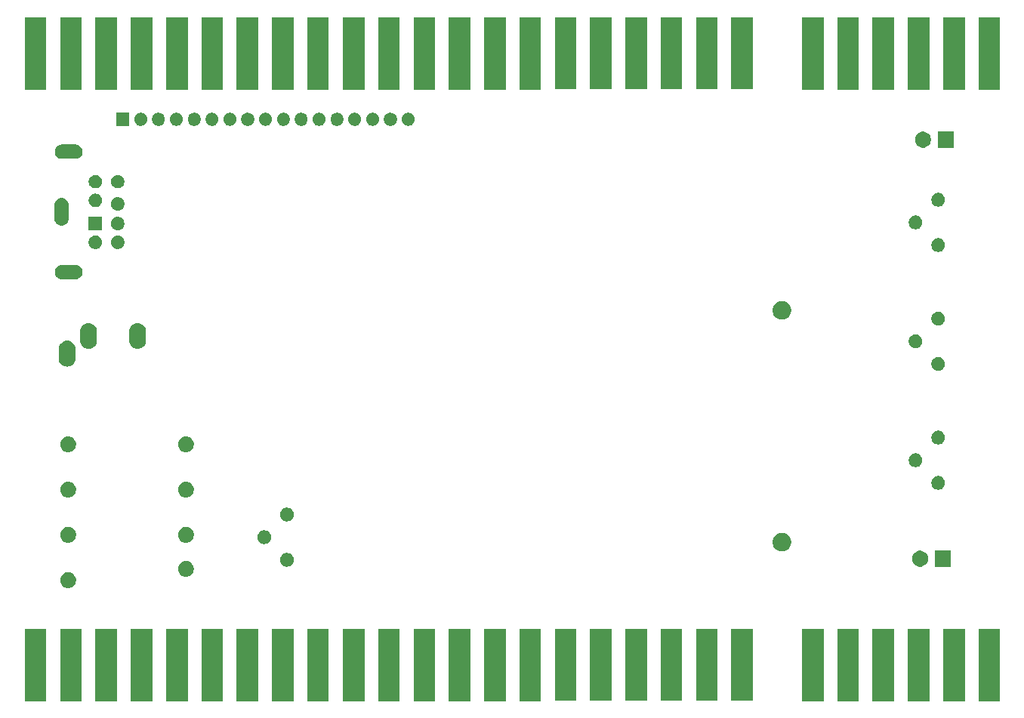
<source format=gbr>
G04 #@! TF.GenerationSoftware,KiCad,Pcbnew,(5.1.5)-3*
G04 #@! TF.CreationDate,2020-06-07T22:31:29+02:00*
G04 #@! TF.ProjectId,betsubetsu,62657473-7562-4657-9473-752e6b696361,rev?*
G04 #@! TF.SameCoordinates,Original*
G04 #@! TF.FileFunction,Soldermask,Bot*
G04 #@! TF.FilePolarity,Negative*
%FSLAX46Y46*%
G04 Gerber Fmt 4.6, Leading zero omitted, Abs format (unit mm)*
G04 Created by KiCad (PCBNEW (5.1.5)-3) date 2020-06-07 22:31:29*
%MOMM*%
%LPD*%
G04 APERTURE LIST*
%ADD10C,0.100000*%
G04 APERTURE END LIST*
D10*
G36*
X204038200Y-57175400D02*
G01*
X206375000Y-57175400D01*
X206375000Y-65163700D01*
X204038200Y-65163700D01*
X204038200Y-57175400D01*
G37*
X204038200Y-57175400D02*
X206375000Y-57175400D01*
X206375000Y-65163700D01*
X204038200Y-65163700D01*
X204038200Y-57175400D01*
G36*
X200088500Y-57175400D02*
G01*
X202425300Y-57175400D01*
X202425300Y-65163700D01*
X200088500Y-65163700D01*
X200088500Y-57175400D01*
G37*
X200088500Y-57175400D02*
X202425300Y-57175400D01*
X202425300Y-65163700D01*
X200088500Y-65163700D01*
X200088500Y-57175400D01*
G36*
X192163700Y-57175400D02*
G01*
X194500500Y-57175400D01*
X194500500Y-65163700D01*
X192163700Y-65163700D01*
X192163700Y-57175400D01*
G37*
X192163700Y-57175400D02*
X194500500Y-57175400D01*
X194500500Y-65163700D01*
X192163700Y-65163700D01*
X192163700Y-57175400D01*
G36*
X196113400Y-57175400D02*
G01*
X198450200Y-57175400D01*
X198450200Y-65163700D01*
X196113400Y-65163700D01*
X196113400Y-57175400D01*
G37*
X196113400Y-57175400D02*
X198450200Y-57175400D01*
X198450200Y-65163700D01*
X196113400Y-65163700D01*
X196113400Y-57175400D01*
G36*
X188201300Y-57175400D02*
G01*
X190538100Y-57175400D01*
X190538100Y-65163700D01*
X188201300Y-65163700D01*
X188201300Y-57175400D01*
G37*
X188201300Y-57175400D02*
X190538100Y-57175400D01*
X190538100Y-65163700D01*
X188201300Y-65163700D01*
X188201300Y-57175400D01*
G36*
X184251600Y-57175400D02*
G01*
X186588400Y-57175400D01*
X186588400Y-65163700D01*
X184251600Y-65163700D01*
X184251600Y-57175400D01*
G37*
X184251600Y-57175400D02*
X186588400Y-57175400D01*
X186588400Y-65163700D01*
X184251600Y-65163700D01*
X184251600Y-57175400D01*
G36*
X176314100Y-57162700D02*
G01*
X178650900Y-57162700D01*
X178650900Y-65151000D01*
X176314100Y-65151000D01*
X176314100Y-57162700D01*
G37*
X176314100Y-57162700D02*
X178650900Y-57162700D01*
X178650900Y-65151000D01*
X176314100Y-65151000D01*
X176314100Y-57162700D01*
G36*
X172364400Y-57162700D02*
G01*
X174701200Y-57162700D01*
X174701200Y-65151000D01*
X172364400Y-65151000D01*
X172364400Y-57162700D01*
G37*
X172364400Y-57162700D02*
X174701200Y-57162700D01*
X174701200Y-65151000D01*
X172364400Y-65151000D01*
X172364400Y-57162700D01*
G36*
X164439600Y-57162700D02*
G01*
X166776400Y-57162700D01*
X166776400Y-65151000D01*
X164439600Y-65151000D01*
X164439600Y-57162700D01*
G37*
X164439600Y-57162700D02*
X166776400Y-57162700D01*
X166776400Y-65151000D01*
X164439600Y-65151000D01*
X164439600Y-57162700D01*
G36*
X168389300Y-57162700D02*
G01*
X170726100Y-57162700D01*
X170726100Y-65151000D01*
X168389300Y-65151000D01*
X168389300Y-57162700D01*
G37*
X168389300Y-57162700D02*
X170726100Y-57162700D01*
X170726100Y-65151000D01*
X168389300Y-65151000D01*
X168389300Y-57162700D01*
G36*
X160477200Y-57162700D02*
G01*
X162814000Y-57162700D01*
X162814000Y-65151000D01*
X160477200Y-65151000D01*
X160477200Y-57162700D01*
G37*
X160477200Y-57162700D02*
X162814000Y-57162700D01*
X162814000Y-65151000D01*
X160477200Y-65151000D01*
X160477200Y-57162700D01*
G36*
X156527500Y-57162700D02*
G01*
X158864300Y-57162700D01*
X158864300Y-65151000D01*
X156527500Y-65151000D01*
X156527500Y-57162700D01*
G37*
X156527500Y-57162700D02*
X158864300Y-57162700D01*
X158864300Y-65151000D01*
X156527500Y-65151000D01*
X156527500Y-57162700D01*
G36*
X152565100Y-57175400D02*
G01*
X154901900Y-57175400D01*
X154901900Y-65163700D01*
X152565100Y-65163700D01*
X152565100Y-57175400D01*
G37*
X152565100Y-57175400D02*
X154901900Y-57175400D01*
X154901900Y-65163700D01*
X152565100Y-65163700D01*
X152565100Y-57175400D01*
G36*
X140690600Y-57175400D02*
G01*
X143027400Y-57175400D01*
X143027400Y-65163700D01*
X140690600Y-65163700D01*
X140690600Y-57175400D01*
G37*
X140690600Y-57175400D02*
X143027400Y-57175400D01*
X143027400Y-65163700D01*
X140690600Y-65163700D01*
X140690600Y-57175400D01*
G36*
X144640300Y-57175400D02*
G01*
X146977100Y-57175400D01*
X146977100Y-65163700D01*
X144640300Y-65163700D01*
X144640300Y-57175400D01*
G37*
X144640300Y-57175400D02*
X146977100Y-57175400D01*
X146977100Y-65163700D01*
X144640300Y-65163700D01*
X144640300Y-57175400D01*
G36*
X132778500Y-57175400D02*
G01*
X135115300Y-57175400D01*
X135115300Y-65163700D01*
X132778500Y-65163700D01*
X132778500Y-57175400D01*
G37*
X132778500Y-57175400D02*
X135115300Y-57175400D01*
X135115300Y-65163700D01*
X132778500Y-65163700D01*
X132778500Y-57175400D01*
G36*
X136728200Y-57175400D02*
G01*
X139065000Y-57175400D01*
X139065000Y-65163700D01*
X136728200Y-65163700D01*
X136728200Y-57175400D01*
G37*
X136728200Y-57175400D02*
X139065000Y-57175400D01*
X139065000Y-65163700D01*
X136728200Y-65163700D01*
X136728200Y-57175400D01*
G36*
X148615400Y-57175400D02*
G01*
X150952200Y-57175400D01*
X150952200Y-65163700D01*
X148615400Y-65163700D01*
X148615400Y-57175400D01*
G37*
X148615400Y-57175400D02*
X150952200Y-57175400D01*
X150952200Y-65163700D01*
X148615400Y-65163700D01*
X148615400Y-57175400D01*
G36*
X128778000Y-57175400D02*
G01*
X131114800Y-57175400D01*
X131114800Y-65163700D01*
X128778000Y-65163700D01*
X128778000Y-57175400D01*
G37*
X128778000Y-57175400D02*
X131114800Y-57175400D01*
X131114800Y-65163700D01*
X128778000Y-65163700D01*
X128778000Y-57175400D01*
G36*
X120865900Y-57175400D02*
G01*
X123202700Y-57175400D01*
X123202700Y-65163700D01*
X120865900Y-65163700D01*
X120865900Y-57175400D01*
G37*
X120865900Y-57175400D02*
X123202700Y-57175400D01*
X123202700Y-65163700D01*
X120865900Y-65163700D01*
X120865900Y-57175400D01*
G36*
X124815600Y-57175400D02*
G01*
X127152400Y-57175400D01*
X127152400Y-65163700D01*
X124815600Y-65163700D01*
X124815600Y-57175400D01*
G37*
X124815600Y-57175400D02*
X127152400Y-57175400D01*
X127152400Y-65163700D01*
X124815600Y-65163700D01*
X124815600Y-57175400D01*
G36*
X101066600Y-57188100D02*
G01*
X103403400Y-57188100D01*
X103403400Y-65176400D01*
X101066600Y-65176400D01*
X101066600Y-57188100D01*
G37*
X101066600Y-57188100D02*
X103403400Y-57188100D01*
X103403400Y-65176400D01*
X101066600Y-65176400D01*
X101066600Y-57188100D01*
G36*
X108978700Y-57188100D02*
G01*
X111315500Y-57188100D01*
X111315500Y-65176400D01*
X108978700Y-65176400D01*
X108978700Y-57188100D01*
G37*
X108978700Y-57188100D02*
X111315500Y-57188100D01*
X111315500Y-65176400D01*
X108978700Y-65176400D01*
X108978700Y-57188100D01*
G36*
X112953800Y-57188100D02*
G01*
X115290600Y-57188100D01*
X115290600Y-65176400D01*
X112953800Y-65176400D01*
X112953800Y-57188100D01*
G37*
X112953800Y-57188100D02*
X115290600Y-57188100D01*
X115290600Y-65176400D01*
X112953800Y-65176400D01*
X112953800Y-57188100D01*
G36*
X116903500Y-57188100D02*
G01*
X119240300Y-57188100D01*
X119240300Y-65176400D01*
X116903500Y-65176400D01*
X116903500Y-57188100D01*
G37*
X116903500Y-57188100D02*
X119240300Y-57188100D01*
X119240300Y-65176400D01*
X116903500Y-65176400D01*
X116903500Y-57188100D01*
G36*
X105029000Y-57188100D02*
G01*
X107365800Y-57188100D01*
X107365800Y-65176400D01*
X105029000Y-65176400D01*
X105029000Y-57188100D01*
G37*
X105029000Y-57188100D02*
X107365800Y-57188100D01*
X107365800Y-65176400D01*
X105029000Y-65176400D01*
X105029000Y-57188100D01*
G36*
X97116900Y-57188100D02*
G01*
X99453700Y-57188100D01*
X99453700Y-65176400D01*
X97116900Y-65176400D01*
X97116900Y-57188100D01*
G37*
X97116900Y-57188100D02*
X99453700Y-57188100D01*
X99453700Y-65176400D01*
X97116900Y-65176400D01*
X97116900Y-57188100D01*
G36*
X204038200Y-125755400D02*
G01*
X206375000Y-125755400D01*
X206375000Y-133743700D01*
X204038200Y-133743700D01*
X204038200Y-125755400D01*
G37*
X204038200Y-125755400D02*
X206375000Y-125755400D01*
X206375000Y-133743700D01*
X204038200Y-133743700D01*
X204038200Y-125755400D01*
G36*
X200088500Y-125755400D02*
G01*
X202425300Y-125755400D01*
X202425300Y-133743700D01*
X200088500Y-133743700D01*
X200088500Y-125755400D01*
G37*
X200088500Y-125755400D02*
X202425300Y-125755400D01*
X202425300Y-133743700D01*
X200088500Y-133743700D01*
X200088500Y-125755400D01*
G36*
X192163700Y-125755400D02*
G01*
X194500500Y-125755400D01*
X194500500Y-133743700D01*
X192163700Y-133743700D01*
X192163700Y-125755400D01*
G37*
X192163700Y-125755400D02*
X194500500Y-125755400D01*
X194500500Y-133743700D01*
X192163700Y-133743700D01*
X192163700Y-125755400D01*
G36*
X196113400Y-125755400D02*
G01*
X198450200Y-125755400D01*
X198450200Y-133743700D01*
X196113400Y-133743700D01*
X196113400Y-125755400D01*
G37*
X196113400Y-125755400D02*
X198450200Y-125755400D01*
X198450200Y-133743700D01*
X196113400Y-133743700D01*
X196113400Y-125755400D01*
G36*
X188201300Y-125755400D02*
G01*
X190538100Y-125755400D01*
X190538100Y-133743700D01*
X188201300Y-133743700D01*
X188201300Y-125755400D01*
G37*
X188201300Y-125755400D02*
X190538100Y-125755400D01*
X190538100Y-133743700D01*
X188201300Y-133743700D01*
X188201300Y-125755400D01*
G36*
X184251600Y-125755400D02*
G01*
X186588400Y-125755400D01*
X186588400Y-133743700D01*
X184251600Y-133743700D01*
X184251600Y-125755400D01*
G37*
X184251600Y-125755400D02*
X186588400Y-125755400D01*
X186588400Y-133743700D01*
X184251600Y-133743700D01*
X184251600Y-125755400D01*
G36*
X176314100Y-125742700D02*
G01*
X178650900Y-125742700D01*
X178650900Y-133731000D01*
X176314100Y-133731000D01*
X176314100Y-125742700D01*
G37*
X176314100Y-125742700D02*
X178650900Y-125742700D01*
X178650900Y-133731000D01*
X176314100Y-133731000D01*
X176314100Y-125742700D01*
G36*
X172364400Y-125742700D02*
G01*
X174701200Y-125742700D01*
X174701200Y-133731000D01*
X172364400Y-133731000D01*
X172364400Y-125742700D01*
G37*
X172364400Y-125742700D02*
X174701200Y-125742700D01*
X174701200Y-133731000D01*
X172364400Y-133731000D01*
X172364400Y-125742700D01*
G36*
X164439600Y-125742700D02*
G01*
X166776400Y-125742700D01*
X166776400Y-133731000D01*
X164439600Y-133731000D01*
X164439600Y-125742700D01*
G37*
X164439600Y-125742700D02*
X166776400Y-125742700D01*
X166776400Y-133731000D01*
X164439600Y-133731000D01*
X164439600Y-125742700D01*
G36*
X168389300Y-125742700D02*
G01*
X170726100Y-125742700D01*
X170726100Y-133731000D01*
X168389300Y-133731000D01*
X168389300Y-125742700D01*
G37*
X168389300Y-125742700D02*
X170726100Y-125742700D01*
X170726100Y-133731000D01*
X168389300Y-133731000D01*
X168389300Y-125742700D01*
G36*
X160477200Y-125742700D02*
G01*
X162814000Y-125742700D01*
X162814000Y-133731000D01*
X160477200Y-133731000D01*
X160477200Y-125742700D01*
G37*
X160477200Y-125742700D02*
X162814000Y-125742700D01*
X162814000Y-133731000D01*
X160477200Y-133731000D01*
X160477200Y-125742700D01*
G36*
X156527500Y-125742700D02*
G01*
X158864300Y-125742700D01*
X158864300Y-133731000D01*
X156527500Y-133731000D01*
X156527500Y-125742700D01*
G37*
X156527500Y-125742700D02*
X158864300Y-125742700D01*
X158864300Y-133731000D01*
X156527500Y-133731000D01*
X156527500Y-125742700D01*
G36*
X152565100Y-125755400D02*
G01*
X154901900Y-125755400D01*
X154901900Y-133743700D01*
X152565100Y-133743700D01*
X152565100Y-125755400D01*
G37*
X152565100Y-125755400D02*
X154901900Y-125755400D01*
X154901900Y-133743700D01*
X152565100Y-133743700D01*
X152565100Y-125755400D01*
G36*
X140690600Y-125755400D02*
G01*
X143027400Y-125755400D01*
X143027400Y-133743700D01*
X140690600Y-133743700D01*
X140690600Y-125755400D01*
G37*
X140690600Y-125755400D02*
X143027400Y-125755400D01*
X143027400Y-133743700D01*
X140690600Y-133743700D01*
X140690600Y-125755400D01*
G36*
X144640300Y-125755400D02*
G01*
X146977100Y-125755400D01*
X146977100Y-133743700D01*
X144640300Y-133743700D01*
X144640300Y-125755400D01*
G37*
X144640300Y-125755400D02*
X146977100Y-125755400D01*
X146977100Y-133743700D01*
X144640300Y-133743700D01*
X144640300Y-125755400D01*
G36*
X132778500Y-125755400D02*
G01*
X135115300Y-125755400D01*
X135115300Y-133743700D01*
X132778500Y-133743700D01*
X132778500Y-125755400D01*
G37*
X132778500Y-125755400D02*
X135115300Y-125755400D01*
X135115300Y-133743700D01*
X132778500Y-133743700D01*
X132778500Y-125755400D01*
G36*
X136728200Y-125755400D02*
G01*
X139065000Y-125755400D01*
X139065000Y-133743700D01*
X136728200Y-133743700D01*
X136728200Y-125755400D01*
G37*
X136728200Y-125755400D02*
X139065000Y-125755400D01*
X139065000Y-133743700D01*
X136728200Y-133743700D01*
X136728200Y-125755400D01*
G36*
X148615400Y-125755400D02*
G01*
X150952200Y-125755400D01*
X150952200Y-133743700D01*
X148615400Y-133743700D01*
X148615400Y-125755400D01*
G37*
X148615400Y-125755400D02*
X150952200Y-125755400D01*
X150952200Y-133743700D01*
X148615400Y-133743700D01*
X148615400Y-125755400D01*
G36*
X128778000Y-125755400D02*
G01*
X131114800Y-125755400D01*
X131114800Y-133743700D01*
X128778000Y-133743700D01*
X128778000Y-125755400D01*
G37*
X128778000Y-125755400D02*
X131114800Y-125755400D01*
X131114800Y-133743700D01*
X128778000Y-133743700D01*
X128778000Y-125755400D01*
G36*
X120865900Y-125755400D02*
G01*
X123202700Y-125755400D01*
X123202700Y-133743700D01*
X120865900Y-133743700D01*
X120865900Y-125755400D01*
G37*
X120865900Y-125755400D02*
X123202700Y-125755400D01*
X123202700Y-133743700D01*
X120865900Y-133743700D01*
X120865900Y-125755400D01*
G36*
X124815600Y-125755400D02*
G01*
X127152400Y-125755400D01*
X127152400Y-133743700D01*
X124815600Y-133743700D01*
X124815600Y-125755400D01*
G37*
X124815600Y-125755400D02*
X127152400Y-125755400D01*
X127152400Y-133743700D01*
X124815600Y-133743700D01*
X124815600Y-125755400D01*
G36*
X101066600Y-125768100D02*
G01*
X103403400Y-125768100D01*
X103403400Y-133756400D01*
X101066600Y-133756400D01*
X101066600Y-125768100D01*
G37*
X101066600Y-125768100D02*
X103403400Y-125768100D01*
X103403400Y-133756400D01*
X101066600Y-133756400D01*
X101066600Y-125768100D01*
G36*
X108978700Y-125768100D02*
G01*
X111315500Y-125768100D01*
X111315500Y-133756400D01*
X108978700Y-133756400D01*
X108978700Y-125768100D01*
G37*
X108978700Y-125768100D02*
X111315500Y-125768100D01*
X111315500Y-133756400D01*
X108978700Y-133756400D01*
X108978700Y-125768100D01*
G36*
X112953800Y-125768100D02*
G01*
X115290600Y-125768100D01*
X115290600Y-133756400D01*
X112953800Y-133756400D01*
X112953800Y-125768100D01*
G37*
X112953800Y-125768100D02*
X115290600Y-125768100D01*
X115290600Y-133756400D01*
X112953800Y-133756400D01*
X112953800Y-125768100D01*
G36*
X116903500Y-125768100D02*
G01*
X119240300Y-125768100D01*
X119240300Y-133756400D01*
X116903500Y-133756400D01*
X116903500Y-125768100D01*
G37*
X116903500Y-125768100D02*
X119240300Y-125768100D01*
X119240300Y-133756400D01*
X116903500Y-133756400D01*
X116903500Y-125768100D01*
G36*
X105029000Y-125768100D02*
G01*
X107365800Y-125768100D01*
X107365800Y-133756400D01*
X105029000Y-133756400D01*
X105029000Y-125768100D01*
G37*
X105029000Y-125768100D02*
X107365800Y-125768100D01*
X107365800Y-133756400D01*
X105029000Y-133756400D01*
X105029000Y-125768100D01*
G36*
X97116900Y-125768100D02*
G01*
X99453700Y-125768100D01*
X99453700Y-133756400D01*
X97116900Y-133756400D01*
X97116900Y-125768100D01*
G37*
X97116900Y-125768100D02*
X99453700Y-125768100D01*
X99453700Y-133756400D01*
X97116900Y-133756400D01*
X97116900Y-125768100D01*
G36*
X102181810Y-119408135D02*
G01*
X102238707Y-119419452D01*
X102399494Y-119486052D01*
X102399496Y-119486053D01*
X102544196Y-119582738D01*
X102667262Y-119705804D01*
X102763947Y-119850504D01*
X102830548Y-120011294D01*
X102864500Y-120181981D01*
X102864500Y-120356019D01*
X102830548Y-120526706D01*
X102763947Y-120687496D01*
X102667262Y-120832196D01*
X102544196Y-120955262D01*
X102399496Y-121051947D01*
X102399495Y-121051948D01*
X102399494Y-121051948D01*
X102238707Y-121118548D01*
X102181810Y-121129865D01*
X102068019Y-121152500D01*
X101893981Y-121152500D01*
X101780190Y-121129865D01*
X101723293Y-121118548D01*
X101562506Y-121051948D01*
X101562505Y-121051948D01*
X101562504Y-121051947D01*
X101417804Y-120955262D01*
X101294738Y-120832196D01*
X101198053Y-120687496D01*
X101131452Y-120526706D01*
X101097500Y-120356019D01*
X101097500Y-120181981D01*
X101131452Y-120011294D01*
X101198053Y-119850504D01*
X101294738Y-119705804D01*
X101417804Y-119582738D01*
X101562504Y-119486053D01*
X101562506Y-119486052D01*
X101723293Y-119419452D01*
X101780190Y-119408135D01*
X101893981Y-119385500D01*
X102068019Y-119385500D01*
X102181810Y-119408135D01*
G37*
G36*
X115389810Y-118138135D02*
G01*
X115446707Y-118149452D01*
X115587796Y-118207893D01*
X115607496Y-118216053D01*
X115752196Y-118312738D01*
X115875262Y-118435804D01*
X115971947Y-118580504D01*
X115971948Y-118580506D01*
X116038548Y-118741293D01*
X116041672Y-118757000D01*
X116072500Y-118911981D01*
X116072500Y-119086019D01*
X116038548Y-119256706D01*
X115971947Y-119417496D01*
X115875262Y-119562196D01*
X115752196Y-119685262D01*
X115607496Y-119781947D01*
X115607495Y-119781948D01*
X115607494Y-119781948D01*
X115446707Y-119848548D01*
X115436873Y-119850504D01*
X115276019Y-119882500D01*
X115101981Y-119882500D01*
X114941127Y-119850504D01*
X114931293Y-119848548D01*
X114770506Y-119781948D01*
X114770505Y-119781948D01*
X114770504Y-119781947D01*
X114625804Y-119685262D01*
X114502738Y-119562196D01*
X114406053Y-119417496D01*
X114339452Y-119256706D01*
X114305500Y-119086019D01*
X114305500Y-118911981D01*
X114336328Y-118757000D01*
X114339452Y-118741293D01*
X114406052Y-118580506D01*
X114406053Y-118580504D01*
X114502738Y-118435804D01*
X114625804Y-118312738D01*
X114770504Y-118216053D01*
X114790204Y-118207893D01*
X114931293Y-118149452D01*
X114988190Y-118138135D01*
X115101981Y-118115500D01*
X115276019Y-118115500D01*
X115389810Y-118138135D01*
G37*
G36*
X197598512Y-116959927D02*
G01*
X197747812Y-116989624D01*
X197911784Y-117057544D01*
X198059354Y-117156147D01*
X198184853Y-117281646D01*
X198283456Y-117429216D01*
X198351376Y-117593188D01*
X198386000Y-117767259D01*
X198386000Y-117944741D01*
X198351376Y-118118812D01*
X198283456Y-118282784D01*
X198184853Y-118430354D01*
X198059354Y-118555853D01*
X197911784Y-118654456D01*
X197747812Y-118722376D01*
X197598512Y-118752073D01*
X197573742Y-118757000D01*
X197396258Y-118757000D01*
X197371488Y-118752073D01*
X197222188Y-118722376D01*
X197058216Y-118654456D01*
X196910646Y-118555853D01*
X196785147Y-118430354D01*
X196686544Y-118282784D01*
X196618624Y-118118812D01*
X196584000Y-117944741D01*
X196584000Y-117767259D01*
X196618624Y-117593188D01*
X196686544Y-117429216D01*
X196785147Y-117281646D01*
X196910646Y-117156147D01*
X197058216Y-117057544D01*
X197222188Y-116989624D01*
X197371488Y-116959927D01*
X197396258Y-116955000D01*
X197573742Y-116955000D01*
X197598512Y-116959927D01*
G37*
G36*
X200926000Y-118757000D02*
G01*
X199124000Y-118757000D01*
X199124000Y-116955000D01*
X200926000Y-116955000D01*
X200926000Y-118757000D01*
G37*
G36*
X126617589Y-117221876D02*
G01*
X126716893Y-117241629D01*
X126857206Y-117299748D01*
X126983484Y-117384125D01*
X127090875Y-117491516D01*
X127175252Y-117617794D01*
X127233371Y-117758107D01*
X127263000Y-117907063D01*
X127263000Y-118058937D01*
X127233371Y-118207893D01*
X127175252Y-118348206D01*
X127090875Y-118474484D01*
X126983484Y-118581875D01*
X126857206Y-118666252D01*
X126716893Y-118724371D01*
X126617589Y-118744124D01*
X126567938Y-118754000D01*
X126416062Y-118754000D01*
X126366411Y-118744124D01*
X126267107Y-118724371D01*
X126126794Y-118666252D01*
X126000516Y-118581875D01*
X125893125Y-118474484D01*
X125808748Y-118348206D01*
X125750629Y-118207893D01*
X125721000Y-118058937D01*
X125721000Y-117907063D01*
X125750629Y-117758107D01*
X125808748Y-117617794D01*
X125893125Y-117491516D01*
X126000516Y-117384125D01*
X126126794Y-117299748D01*
X126267107Y-117241629D01*
X126366411Y-117221876D01*
X126416062Y-117212000D01*
X126567938Y-117212000D01*
X126617589Y-117221876D01*
G37*
G36*
X182306564Y-114989389D02*
G01*
X182497833Y-115068615D01*
X182497835Y-115068616D01*
X182547769Y-115101981D01*
X182669973Y-115183635D01*
X182816365Y-115330027D01*
X182931385Y-115502167D01*
X183010611Y-115693436D01*
X183051000Y-115896484D01*
X183051000Y-116103516D01*
X183010611Y-116306564D01*
X182931385Y-116497833D01*
X182931384Y-116497835D01*
X182816365Y-116669973D01*
X182669973Y-116816365D01*
X182497835Y-116931384D01*
X182497834Y-116931385D01*
X182497833Y-116931385D01*
X182306564Y-117010611D01*
X182103516Y-117051000D01*
X181896484Y-117051000D01*
X181693436Y-117010611D01*
X181502167Y-116931385D01*
X181502166Y-116931385D01*
X181502165Y-116931384D01*
X181330027Y-116816365D01*
X181183635Y-116669973D01*
X181068616Y-116497835D01*
X181068615Y-116497833D01*
X180989389Y-116306564D01*
X180949000Y-116103516D01*
X180949000Y-115896484D01*
X180989389Y-115693436D01*
X181068615Y-115502167D01*
X181183635Y-115330027D01*
X181330027Y-115183635D01*
X181452231Y-115101981D01*
X181502165Y-115068616D01*
X181502167Y-115068615D01*
X181693436Y-114989389D01*
X181896484Y-114949000D01*
X182103516Y-114949000D01*
X182306564Y-114989389D01*
G37*
G36*
X124077589Y-114681876D02*
G01*
X124176893Y-114701629D01*
X124317206Y-114759748D01*
X124443484Y-114844125D01*
X124550875Y-114951516D01*
X124635252Y-115077794D01*
X124693371Y-115218107D01*
X124723000Y-115367063D01*
X124723000Y-115518937D01*
X124693371Y-115667893D01*
X124635252Y-115808206D01*
X124550875Y-115934484D01*
X124443484Y-116041875D01*
X124317206Y-116126252D01*
X124176893Y-116184371D01*
X124077589Y-116204124D01*
X124027938Y-116214000D01*
X123876062Y-116214000D01*
X123826411Y-116204124D01*
X123727107Y-116184371D01*
X123586794Y-116126252D01*
X123460516Y-116041875D01*
X123353125Y-115934484D01*
X123268748Y-115808206D01*
X123210629Y-115667893D01*
X123181000Y-115518937D01*
X123181000Y-115367063D01*
X123210629Y-115218107D01*
X123268748Y-115077794D01*
X123353125Y-114951516D01*
X123460516Y-114844125D01*
X123586794Y-114759748D01*
X123727107Y-114701629D01*
X123826411Y-114681876D01*
X123876062Y-114672000D01*
X124027938Y-114672000D01*
X124077589Y-114681876D01*
G37*
G36*
X102181810Y-114328135D02*
G01*
X102238707Y-114339452D01*
X102399494Y-114406052D01*
X102399496Y-114406053D01*
X102544196Y-114502738D01*
X102667262Y-114625804D01*
X102756760Y-114759748D01*
X102763948Y-114770506D01*
X102830548Y-114931293D01*
X102864500Y-115101983D01*
X102864500Y-115276017D01*
X102830548Y-115446707D01*
X102800629Y-115518937D01*
X102763947Y-115607496D01*
X102667262Y-115752196D01*
X102544196Y-115875262D01*
X102399496Y-115971947D01*
X102399495Y-115971948D01*
X102399494Y-115971948D01*
X102238707Y-116038548D01*
X102181810Y-116049865D01*
X102068019Y-116072500D01*
X101893981Y-116072500D01*
X101780190Y-116049865D01*
X101723293Y-116038548D01*
X101562506Y-115971948D01*
X101562505Y-115971948D01*
X101562504Y-115971947D01*
X101417804Y-115875262D01*
X101294738Y-115752196D01*
X101198053Y-115607496D01*
X101161371Y-115518937D01*
X101131452Y-115446707D01*
X101097500Y-115276017D01*
X101097500Y-115101983D01*
X101131452Y-114931293D01*
X101198052Y-114770506D01*
X101205240Y-114759748D01*
X101294738Y-114625804D01*
X101417804Y-114502738D01*
X101562504Y-114406053D01*
X101562506Y-114406052D01*
X101723293Y-114339452D01*
X101780190Y-114328135D01*
X101893981Y-114305500D01*
X102068019Y-114305500D01*
X102181810Y-114328135D01*
G37*
G36*
X115389810Y-114328135D02*
G01*
X115446707Y-114339452D01*
X115607494Y-114406052D01*
X115607496Y-114406053D01*
X115752196Y-114502738D01*
X115875262Y-114625804D01*
X115964760Y-114759748D01*
X115971948Y-114770506D01*
X116038548Y-114931293D01*
X116072500Y-115101983D01*
X116072500Y-115276017D01*
X116038548Y-115446707D01*
X116008629Y-115518937D01*
X115971947Y-115607496D01*
X115875262Y-115752196D01*
X115752196Y-115875262D01*
X115607496Y-115971947D01*
X115607495Y-115971948D01*
X115607494Y-115971948D01*
X115446707Y-116038548D01*
X115389810Y-116049865D01*
X115276019Y-116072500D01*
X115101981Y-116072500D01*
X114988190Y-116049865D01*
X114931293Y-116038548D01*
X114770506Y-115971948D01*
X114770505Y-115971948D01*
X114770504Y-115971947D01*
X114625804Y-115875262D01*
X114502738Y-115752196D01*
X114406053Y-115607496D01*
X114369371Y-115518937D01*
X114339452Y-115446707D01*
X114305500Y-115276017D01*
X114305500Y-115101983D01*
X114339452Y-114931293D01*
X114406052Y-114770506D01*
X114413240Y-114759748D01*
X114502738Y-114625804D01*
X114625804Y-114502738D01*
X114770504Y-114406053D01*
X114770506Y-114406052D01*
X114931293Y-114339452D01*
X114988190Y-114328135D01*
X115101981Y-114305500D01*
X115276019Y-114305500D01*
X115389810Y-114328135D01*
G37*
G36*
X126617589Y-112141876D02*
G01*
X126716893Y-112161629D01*
X126857206Y-112219748D01*
X126983484Y-112304125D01*
X127090875Y-112411516D01*
X127175252Y-112537794D01*
X127233371Y-112678107D01*
X127263000Y-112827063D01*
X127263000Y-112978937D01*
X127233371Y-113127893D01*
X127175252Y-113268206D01*
X127090875Y-113394484D01*
X126983484Y-113501875D01*
X126857206Y-113586252D01*
X126716893Y-113644371D01*
X126617589Y-113664124D01*
X126567938Y-113674000D01*
X126416062Y-113674000D01*
X126366411Y-113664124D01*
X126267107Y-113644371D01*
X126126794Y-113586252D01*
X126000516Y-113501875D01*
X125893125Y-113394484D01*
X125808748Y-113268206D01*
X125750629Y-113127893D01*
X125721000Y-112978937D01*
X125721000Y-112827063D01*
X125750629Y-112678107D01*
X125808748Y-112537794D01*
X125893125Y-112411516D01*
X126000516Y-112304125D01*
X126126794Y-112219748D01*
X126267107Y-112161629D01*
X126366411Y-112141876D01*
X126416062Y-112132000D01*
X126567938Y-112132000D01*
X126617589Y-112141876D01*
G37*
G36*
X102181810Y-109248135D02*
G01*
X102238707Y-109259452D01*
X102266738Y-109271063D01*
X102399496Y-109326053D01*
X102544196Y-109422738D01*
X102667262Y-109545804D01*
X102763947Y-109690504D01*
X102763948Y-109690506D01*
X102772936Y-109712204D01*
X102830548Y-109851294D01*
X102864500Y-110021981D01*
X102864500Y-110196019D01*
X102830548Y-110366706D01*
X102763947Y-110527496D01*
X102667262Y-110672196D01*
X102544196Y-110795262D01*
X102399496Y-110891947D01*
X102399495Y-110891948D01*
X102399494Y-110891948D01*
X102238707Y-110958548D01*
X102181810Y-110969865D01*
X102068019Y-110992500D01*
X101893981Y-110992500D01*
X101780190Y-110969865D01*
X101723293Y-110958548D01*
X101562506Y-110891948D01*
X101562505Y-110891948D01*
X101562504Y-110891947D01*
X101417804Y-110795262D01*
X101294738Y-110672196D01*
X101198053Y-110527496D01*
X101131452Y-110366706D01*
X101097500Y-110196019D01*
X101097500Y-110021981D01*
X101131452Y-109851294D01*
X101189065Y-109712204D01*
X101198052Y-109690506D01*
X101198053Y-109690504D01*
X101294738Y-109545804D01*
X101417804Y-109422738D01*
X101562504Y-109326053D01*
X101695262Y-109271063D01*
X101723293Y-109259452D01*
X101780190Y-109248135D01*
X101893981Y-109225500D01*
X102068019Y-109225500D01*
X102181810Y-109248135D01*
G37*
G36*
X115389810Y-109248135D02*
G01*
X115446707Y-109259452D01*
X115474738Y-109271063D01*
X115607496Y-109326053D01*
X115752196Y-109422738D01*
X115875262Y-109545804D01*
X115971947Y-109690504D01*
X115971948Y-109690506D01*
X115980936Y-109712204D01*
X116038548Y-109851294D01*
X116072500Y-110021981D01*
X116072500Y-110196019D01*
X116038548Y-110366706D01*
X115971947Y-110527496D01*
X115875262Y-110672196D01*
X115752196Y-110795262D01*
X115607496Y-110891947D01*
X115607495Y-110891948D01*
X115607494Y-110891948D01*
X115446707Y-110958548D01*
X115389810Y-110969865D01*
X115276019Y-110992500D01*
X115101981Y-110992500D01*
X114988190Y-110969865D01*
X114931293Y-110958548D01*
X114770506Y-110891948D01*
X114770505Y-110891948D01*
X114770504Y-110891947D01*
X114625804Y-110795262D01*
X114502738Y-110672196D01*
X114406053Y-110527496D01*
X114339452Y-110366706D01*
X114305500Y-110196019D01*
X114305500Y-110021981D01*
X114339452Y-109851294D01*
X114397065Y-109712204D01*
X114406052Y-109690506D01*
X114406053Y-109690504D01*
X114502738Y-109545804D01*
X114625804Y-109422738D01*
X114770504Y-109326053D01*
X114903262Y-109271063D01*
X114931293Y-109259452D01*
X114988190Y-109248135D01*
X115101981Y-109225500D01*
X115276019Y-109225500D01*
X115389810Y-109248135D01*
G37*
G36*
X199642589Y-108585876D02*
G01*
X199741893Y-108605629D01*
X199882206Y-108663748D01*
X200008484Y-108748125D01*
X200115875Y-108855516D01*
X200200252Y-108981794D01*
X200258371Y-109122107D01*
X200258371Y-109122109D01*
X200285691Y-109259452D01*
X200288000Y-109271063D01*
X200288000Y-109422937D01*
X200258371Y-109571893D01*
X200200252Y-109712206D01*
X200115875Y-109838484D01*
X200008484Y-109945875D01*
X199882206Y-110030252D01*
X199741893Y-110088371D01*
X199642589Y-110108124D01*
X199592938Y-110118000D01*
X199441062Y-110118000D01*
X199391411Y-110108124D01*
X199292107Y-110088371D01*
X199151794Y-110030252D01*
X199025516Y-109945875D01*
X198918125Y-109838484D01*
X198833748Y-109712206D01*
X198775629Y-109571893D01*
X198746000Y-109422937D01*
X198746000Y-109271063D01*
X198748310Y-109259452D01*
X198775629Y-109122109D01*
X198775629Y-109122107D01*
X198833748Y-108981794D01*
X198918125Y-108855516D01*
X199025516Y-108748125D01*
X199151794Y-108663748D01*
X199292107Y-108605629D01*
X199391411Y-108585876D01*
X199441062Y-108576000D01*
X199592938Y-108576000D01*
X199642589Y-108585876D01*
G37*
G36*
X197102589Y-106045876D02*
G01*
X197201893Y-106065629D01*
X197342206Y-106123748D01*
X197468484Y-106208125D01*
X197575875Y-106315516D01*
X197660252Y-106441794D01*
X197718371Y-106582107D01*
X197748000Y-106731063D01*
X197748000Y-106882937D01*
X197718371Y-107031893D01*
X197660252Y-107172206D01*
X197575875Y-107298484D01*
X197468484Y-107405875D01*
X197342206Y-107490252D01*
X197201893Y-107548371D01*
X197102589Y-107568124D01*
X197052938Y-107578000D01*
X196901062Y-107578000D01*
X196851411Y-107568124D01*
X196752107Y-107548371D01*
X196611794Y-107490252D01*
X196485516Y-107405875D01*
X196378125Y-107298484D01*
X196293748Y-107172206D01*
X196235629Y-107031893D01*
X196206000Y-106882937D01*
X196206000Y-106731063D01*
X196235629Y-106582107D01*
X196293748Y-106441794D01*
X196378125Y-106315516D01*
X196485516Y-106208125D01*
X196611794Y-106123748D01*
X196752107Y-106065629D01*
X196851411Y-106045876D01*
X196901062Y-106036000D01*
X197052938Y-106036000D01*
X197102589Y-106045876D01*
G37*
G36*
X102181810Y-104168135D02*
G01*
X102238707Y-104179452D01*
X102266738Y-104191063D01*
X102399496Y-104246053D01*
X102544196Y-104342738D01*
X102667262Y-104465804D01*
X102763947Y-104610504D01*
X102763948Y-104610506D01*
X102772936Y-104632204D01*
X102830548Y-104771294D01*
X102864500Y-104941981D01*
X102864500Y-105116019D01*
X102830548Y-105286706D01*
X102763947Y-105447496D01*
X102667262Y-105592196D01*
X102544196Y-105715262D01*
X102399496Y-105811947D01*
X102399495Y-105811948D01*
X102399494Y-105811948D01*
X102238707Y-105878548D01*
X102181810Y-105889865D01*
X102068019Y-105912500D01*
X101893981Y-105912500D01*
X101780190Y-105889865D01*
X101723293Y-105878548D01*
X101562506Y-105811948D01*
X101562505Y-105811948D01*
X101562504Y-105811947D01*
X101417804Y-105715262D01*
X101294738Y-105592196D01*
X101198053Y-105447496D01*
X101131452Y-105286706D01*
X101097500Y-105116019D01*
X101097500Y-104941981D01*
X101131452Y-104771294D01*
X101189065Y-104632204D01*
X101198052Y-104610506D01*
X101198053Y-104610504D01*
X101294738Y-104465804D01*
X101417804Y-104342738D01*
X101562504Y-104246053D01*
X101695262Y-104191063D01*
X101723293Y-104179452D01*
X101780190Y-104168135D01*
X101893981Y-104145500D01*
X102068019Y-104145500D01*
X102181810Y-104168135D01*
G37*
G36*
X115389810Y-104168135D02*
G01*
X115446707Y-104179452D01*
X115474738Y-104191063D01*
X115607496Y-104246053D01*
X115752196Y-104342738D01*
X115875262Y-104465804D01*
X115971947Y-104610504D01*
X115971948Y-104610506D01*
X115980936Y-104632204D01*
X116038548Y-104771294D01*
X116072500Y-104941981D01*
X116072500Y-105116019D01*
X116038548Y-105286706D01*
X115971947Y-105447496D01*
X115875262Y-105592196D01*
X115752196Y-105715262D01*
X115607496Y-105811947D01*
X115607495Y-105811948D01*
X115607494Y-105811948D01*
X115446707Y-105878548D01*
X115389810Y-105889865D01*
X115276019Y-105912500D01*
X115101981Y-105912500D01*
X114988190Y-105889865D01*
X114931293Y-105878548D01*
X114770506Y-105811948D01*
X114770505Y-105811948D01*
X114770504Y-105811947D01*
X114625804Y-105715262D01*
X114502738Y-105592196D01*
X114406053Y-105447496D01*
X114339452Y-105286706D01*
X114305500Y-105116019D01*
X114305500Y-104941981D01*
X114339452Y-104771294D01*
X114397065Y-104632204D01*
X114406052Y-104610506D01*
X114406053Y-104610504D01*
X114502738Y-104465804D01*
X114625804Y-104342738D01*
X114770504Y-104246053D01*
X114903262Y-104191063D01*
X114931293Y-104179452D01*
X114988190Y-104168135D01*
X115101981Y-104145500D01*
X115276019Y-104145500D01*
X115389810Y-104168135D01*
G37*
G36*
X199642589Y-103505876D02*
G01*
X199741893Y-103525629D01*
X199882206Y-103583748D01*
X200008484Y-103668125D01*
X200115875Y-103775516D01*
X200200252Y-103901794D01*
X200258371Y-104042107D01*
X200258371Y-104042109D01*
X200285691Y-104179452D01*
X200288000Y-104191063D01*
X200288000Y-104342937D01*
X200258371Y-104491893D01*
X200200252Y-104632206D01*
X200115875Y-104758484D01*
X200008484Y-104865875D01*
X199882206Y-104950252D01*
X199741893Y-105008371D01*
X199642589Y-105028124D01*
X199592938Y-105038000D01*
X199441062Y-105038000D01*
X199391411Y-105028124D01*
X199292107Y-105008371D01*
X199151794Y-104950252D01*
X199025516Y-104865875D01*
X198918125Y-104758484D01*
X198833748Y-104632206D01*
X198775629Y-104491893D01*
X198746000Y-104342937D01*
X198746000Y-104191063D01*
X198748310Y-104179452D01*
X198775629Y-104042109D01*
X198775629Y-104042107D01*
X198833748Y-103901794D01*
X198918125Y-103775516D01*
X199025516Y-103668125D01*
X199151794Y-103583748D01*
X199292107Y-103525629D01*
X199391411Y-103505876D01*
X199441062Y-103496000D01*
X199592938Y-103496000D01*
X199642589Y-103505876D01*
G37*
G36*
X199642589Y-95250876D02*
G01*
X199741893Y-95270629D01*
X199882206Y-95328748D01*
X200008484Y-95413125D01*
X200115875Y-95520516D01*
X200200252Y-95646794D01*
X200258371Y-95787107D01*
X200288000Y-95936063D01*
X200288000Y-96087937D01*
X200258371Y-96236893D01*
X200200252Y-96377206D01*
X200115875Y-96503484D01*
X200008484Y-96610875D01*
X199882206Y-96695252D01*
X199741893Y-96753371D01*
X199642589Y-96773124D01*
X199592938Y-96783000D01*
X199441062Y-96783000D01*
X199391411Y-96773124D01*
X199292107Y-96753371D01*
X199151794Y-96695252D01*
X199025516Y-96610875D01*
X198918125Y-96503484D01*
X198833748Y-96377206D01*
X198775629Y-96236893D01*
X198746000Y-96087937D01*
X198746000Y-95936063D01*
X198775629Y-95787107D01*
X198833748Y-95646794D01*
X198918125Y-95520516D01*
X199025516Y-95413125D01*
X199151794Y-95328748D01*
X199292107Y-95270629D01*
X199391411Y-95250876D01*
X199441062Y-95241000D01*
X199592938Y-95241000D01*
X199642589Y-95250876D01*
G37*
G36*
X102040424Y-93431760D02*
G01*
X102040427Y-93431761D01*
X102040428Y-93431761D01*
X102219692Y-93486140D01*
X102219695Y-93486142D01*
X102219696Y-93486142D01*
X102384903Y-93574446D01*
X102529712Y-93693288D01*
X102648554Y-93838097D01*
X102715574Y-93963483D01*
X102736860Y-94003307D01*
X102757356Y-94070875D01*
X102791240Y-94182575D01*
X102805000Y-94322282D01*
X102805000Y-95415718D01*
X102791240Y-95555425D01*
X102791239Y-95555428D01*
X102791239Y-95555429D01*
X102736860Y-95734693D01*
X102736858Y-95734696D01*
X102736858Y-95734697D01*
X102648554Y-95899903D01*
X102529712Y-96044712D01*
X102384903Y-96163554D01*
X102219697Y-96251858D01*
X102219693Y-96251860D01*
X102040429Y-96306239D01*
X102040428Y-96306239D01*
X102040425Y-96306240D01*
X101854000Y-96324601D01*
X101667576Y-96306240D01*
X101667573Y-96306239D01*
X101667572Y-96306239D01*
X101488308Y-96251860D01*
X101488304Y-96251858D01*
X101323098Y-96163554D01*
X101178289Y-96044712D01*
X101059447Y-95899903D01*
X100971140Y-95734692D01*
X100916760Y-95555430D01*
X100903000Y-95415718D01*
X100903000Y-94322283D01*
X100916760Y-94182576D01*
X100916761Y-94182572D01*
X100971140Y-94003308D01*
X100992427Y-93963483D01*
X101059446Y-93838097D01*
X101178288Y-93693288D01*
X101323097Y-93574446D01*
X101488303Y-93486142D01*
X101488304Y-93486142D01*
X101488307Y-93486140D01*
X101667571Y-93431761D01*
X101667572Y-93431761D01*
X101667575Y-93431760D01*
X101854000Y-93413399D01*
X102040424Y-93431760D01*
G37*
G36*
X109940424Y-91431760D02*
G01*
X109940427Y-91431761D01*
X109940428Y-91431761D01*
X110119692Y-91486140D01*
X110119695Y-91486142D01*
X110119696Y-91486142D01*
X110284903Y-91574446D01*
X110429712Y-91693288D01*
X110548554Y-91838097D01*
X110636858Y-92003303D01*
X110636860Y-92003307D01*
X110636860Y-92003308D01*
X110691240Y-92182575D01*
X110705000Y-92322282D01*
X110705000Y-93415718D01*
X110691240Y-93555425D01*
X110691239Y-93555428D01*
X110691239Y-93555429D01*
X110636860Y-93734693D01*
X110636858Y-93734696D01*
X110636858Y-93734697D01*
X110548554Y-93899903D01*
X110429712Y-94044712D01*
X110284903Y-94163554D01*
X110191701Y-94213371D01*
X110119693Y-94251860D01*
X109940429Y-94306239D01*
X109940428Y-94306239D01*
X109940425Y-94306240D01*
X109754000Y-94324601D01*
X109567576Y-94306240D01*
X109567573Y-94306239D01*
X109567572Y-94306239D01*
X109388308Y-94251860D01*
X109316300Y-94213371D01*
X109223098Y-94163554D01*
X109078289Y-94044712D01*
X108959447Y-93899903D01*
X108871140Y-93734692D01*
X108816760Y-93555430D01*
X108803000Y-93415718D01*
X108803000Y-92322283D01*
X108816760Y-92182576D01*
X108816761Y-92182572D01*
X108871140Y-92003308D01*
X108871143Y-92003303D01*
X108959446Y-91838097D01*
X109078288Y-91693288D01*
X109223097Y-91574446D01*
X109388303Y-91486142D01*
X109388304Y-91486142D01*
X109388307Y-91486140D01*
X109567571Y-91431761D01*
X109567572Y-91431761D01*
X109567575Y-91431760D01*
X109754000Y-91413399D01*
X109940424Y-91431760D01*
G37*
G36*
X104440424Y-91431760D02*
G01*
X104440427Y-91431761D01*
X104440428Y-91431761D01*
X104619692Y-91486140D01*
X104619695Y-91486142D01*
X104619696Y-91486142D01*
X104784903Y-91574446D01*
X104929712Y-91693288D01*
X105048554Y-91838097D01*
X105136858Y-92003303D01*
X105136860Y-92003307D01*
X105136860Y-92003308D01*
X105191240Y-92182575D01*
X105205000Y-92322282D01*
X105205000Y-93415718D01*
X105191240Y-93555425D01*
X105191239Y-93555428D01*
X105191239Y-93555429D01*
X105136860Y-93734693D01*
X105136858Y-93734696D01*
X105136858Y-93734697D01*
X105048554Y-93899903D01*
X104929712Y-94044712D01*
X104784903Y-94163554D01*
X104691701Y-94213371D01*
X104619693Y-94251860D01*
X104440429Y-94306239D01*
X104440428Y-94306239D01*
X104440425Y-94306240D01*
X104254000Y-94324601D01*
X104067576Y-94306240D01*
X104067573Y-94306239D01*
X104067572Y-94306239D01*
X103888308Y-94251860D01*
X103816300Y-94213371D01*
X103723098Y-94163554D01*
X103578289Y-94044712D01*
X103459447Y-93899903D01*
X103371140Y-93734692D01*
X103316760Y-93555430D01*
X103303000Y-93415718D01*
X103303000Y-92322283D01*
X103316760Y-92182576D01*
X103316761Y-92182572D01*
X103371140Y-92003308D01*
X103371143Y-92003303D01*
X103459446Y-91838097D01*
X103578288Y-91693288D01*
X103723097Y-91574446D01*
X103888303Y-91486142D01*
X103888304Y-91486142D01*
X103888307Y-91486140D01*
X104067571Y-91431761D01*
X104067572Y-91431761D01*
X104067575Y-91431760D01*
X104254000Y-91413399D01*
X104440424Y-91431760D01*
G37*
G36*
X197102589Y-92710876D02*
G01*
X197201893Y-92730629D01*
X197342206Y-92788748D01*
X197468484Y-92873125D01*
X197575875Y-92980516D01*
X197660252Y-93106794D01*
X197718371Y-93247107D01*
X197748000Y-93396063D01*
X197748000Y-93547937D01*
X197718371Y-93696893D01*
X197660252Y-93837206D01*
X197575875Y-93963484D01*
X197468484Y-94070875D01*
X197342206Y-94155252D01*
X197201893Y-94213371D01*
X197102589Y-94233124D01*
X197052938Y-94243000D01*
X196901062Y-94243000D01*
X196851411Y-94233124D01*
X196752107Y-94213371D01*
X196611794Y-94155252D01*
X196485516Y-94070875D01*
X196378125Y-93963484D01*
X196293748Y-93837206D01*
X196235629Y-93696893D01*
X196206000Y-93547937D01*
X196206000Y-93396063D01*
X196235629Y-93247107D01*
X196293748Y-93106794D01*
X196378125Y-92980516D01*
X196485516Y-92873125D01*
X196611794Y-92788748D01*
X196752107Y-92730629D01*
X196851411Y-92710876D01*
X196901062Y-92701000D01*
X197052938Y-92701000D01*
X197102589Y-92710876D01*
G37*
G36*
X199642589Y-90170876D02*
G01*
X199741893Y-90190629D01*
X199882206Y-90248748D01*
X200008484Y-90333125D01*
X200115875Y-90440516D01*
X200200252Y-90566794D01*
X200258371Y-90707107D01*
X200288000Y-90856063D01*
X200288000Y-91007937D01*
X200258371Y-91156893D01*
X200200252Y-91297206D01*
X200115875Y-91423484D01*
X200008484Y-91530875D01*
X199882206Y-91615252D01*
X199741893Y-91673371D01*
X199642589Y-91693124D01*
X199592938Y-91703000D01*
X199441062Y-91703000D01*
X199391411Y-91693124D01*
X199292107Y-91673371D01*
X199151794Y-91615252D01*
X199025516Y-91530875D01*
X198918125Y-91423484D01*
X198833748Y-91297206D01*
X198775629Y-91156893D01*
X198746000Y-91007937D01*
X198746000Y-90856063D01*
X198775629Y-90707107D01*
X198833748Y-90566794D01*
X198918125Y-90440516D01*
X199025516Y-90333125D01*
X199151794Y-90248748D01*
X199292107Y-90190629D01*
X199391411Y-90170876D01*
X199441062Y-90161000D01*
X199592938Y-90161000D01*
X199642589Y-90170876D01*
G37*
G36*
X182306564Y-88989389D02*
G01*
X182497833Y-89068615D01*
X182497835Y-89068616D01*
X182669973Y-89183635D01*
X182816365Y-89330027D01*
X182931385Y-89502167D01*
X183010611Y-89693436D01*
X183051000Y-89896484D01*
X183051000Y-90103516D01*
X183010611Y-90306564D01*
X182999609Y-90333125D01*
X182931384Y-90497835D01*
X182816365Y-90669973D01*
X182669973Y-90816365D01*
X182497835Y-90931384D01*
X182497834Y-90931385D01*
X182497833Y-90931385D01*
X182306564Y-91010611D01*
X182103516Y-91051000D01*
X181896484Y-91051000D01*
X181693436Y-91010611D01*
X181502167Y-90931385D01*
X181502166Y-90931385D01*
X181502165Y-90931384D01*
X181330027Y-90816365D01*
X181183635Y-90669973D01*
X181068616Y-90497835D01*
X181000391Y-90333125D01*
X180989389Y-90306564D01*
X180949000Y-90103516D01*
X180949000Y-89896484D01*
X180989389Y-89693436D01*
X181068615Y-89502167D01*
X181183635Y-89330027D01*
X181330027Y-89183635D01*
X181502165Y-89068616D01*
X181502167Y-89068615D01*
X181693436Y-88989389D01*
X181896484Y-88949000D01*
X182103516Y-88949000D01*
X182306564Y-88989389D01*
G37*
G36*
X102857571Y-84916863D02*
G01*
X102936023Y-84924590D01*
X103036682Y-84955125D01*
X103087013Y-84970392D01*
X103226165Y-85044771D01*
X103348133Y-85144867D01*
X103448229Y-85266835D01*
X103522608Y-85405987D01*
X103522608Y-85405988D01*
X103568410Y-85556977D01*
X103583875Y-85714000D01*
X103568410Y-85871023D01*
X103537875Y-85971682D01*
X103522608Y-86022013D01*
X103448229Y-86161165D01*
X103348133Y-86283133D01*
X103226165Y-86383229D01*
X103087013Y-86457608D01*
X103036682Y-86472875D01*
X102936023Y-86503410D01*
X102857571Y-86511137D01*
X102818346Y-86515000D01*
X101239654Y-86515000D01*
X101200429Y-86511137D01*
X101121977Y-86503410D01*
X101021318Y-86472875D01*
X100970987Y-86457608D01*
X100831835Y-86383229D01*
X100709867Y-86283133D01*
X100609771Y-86161165D01*
X100535392Y-86022013D01*
X100520125Y-85971682D01*
X100489590Y-85871023D01*
X100474125Y-85714000D01*
X100489590Y-85556977D01*
X100535392Y-85405988D01*
X100535392Y-85405987D01*
X100609771Y-85266835D01*
X100709867Y-85144867D01*
X100831835Y-85044771D01*
X100970987Y-84970392D01*
X101021318Y-84955125D01*
X101121977Y-84924590D01*
X101200429Y-84916863D01*
X101239654Y-84913000D01*
X102818346Y-84913000D01*
X102857571Y-84916863D01*
G37*
G36*
X199642589Y-81915876D02*
G01*
X199741893Y-81935629D01*
X199882206Y-81993748D01*
X200008484Y-82078125D01*
X200115875Y-82185516D01*
X200200252Y-82311794D01*
X200258371Y-82452107D01*
X200288000Y-82601063D01*
X200288000Y-82752937D01*
X200258371Y-82901893D01*
X200200252Y-83042206D01*
X200115875Y-83168484D01*
X200008484Y-83275875D01*
X199882206Y-83360252D01*
X199741893Y-83418371D01*
X199642589Y-83438124D01*
X199592938Y-83448000D01*
X199441062Y-83448000D01*
X199391411Y-83438124D01*
X199292107Y-83418371D01*
X199151794Y-83360252D01*
X199025516Y-83275875D01*
X198918125Y-83168484D01*
X198833748Y-83042206D01*
X198775629Y-82901893D01*
X198746000Y-82752937D01*
X198746000Y-82601063D01*
X198775629Y-82452107D01*
X198833748Y-82311794D01*
X198918125Y-82185516D01*
X199025516Y-82078125D01*
X199151794Y-81993748D01*
X199292107Y-81935629D01*
X199391411Y-81915876D01*
X199441062Y-81906000D01*
X199592938Y-81906000D01*
X199642589Y-81915876D01*
G37*
G36*
X105176293Y-81623507D02*
G01*
X105249225Y-81638014D01*
X105306138Y-81661588D01*
X105386626Y-81694927D01*
X105510284Y-81777553D01*
X105615447Y-81882716D01*
X105698073Y-82006374D01*
X105754986Y-82143776D01*
X105784000Y-82289638D01*
X105784000Y-82438362D01*
X105754986Y-82584224D01*
X105698073Y-82721626D01*
X105615447Y-82845284D01*
X105510284Y-82950447D01*
X105386626Y-83033073D01*
X105306138Y-83066412D01*
X105249225Y-83089986D01*
X105176293Y-83104493D01*
X105103362Y-83119000D01*
X104954638Y-83119000D01*
X104881707Y-83104493D01*
X104808775Y-83089986D01*
X104751862Y-83066412D01*
X104671374Y-83033073D01*
X104547716Y-82950447D01*
X104442553Y-82845284D01*
X104359927Y-82721626D01*
X104303014Y-82584224D01*
X104274000Y-82438362D01*
X104274000Y-82289638D01*
X104303014Y-82143776D01*
X104359927Y-82006374D01*
X104442553Y-81882716D01*
X104547716Y-81777553D01*
X104671374Y-81694927D01*
X104751862Y-81661588D01*
X104808775Y-81638014D01*
X104881707Y-81623507D01*
X104954638Y-81609000D01*
X105103362Y-81609000D01*
X105176293Y-81623507D01*
G37*
G36*
X107676293Y-81623507D02*
G01*
X107749225Y-81638014D01*
X107806138Y-81661588D01*
X107886626Y-81694927D01*
X108010284Y-81777553D01*
X108115447Y-81882716D01*
X108198073Y-82006374D01*
X108254986Y-82143776D01*
X108284000Y-82289638D01*
X108284000Y-82438362D01*
X108254986Y-82584224D01*
X108198073Y-82721626D01*
X108115447Y-82845284D01*
X108010284Y-82950447D01*
X107886626Y-83033073D01*
X107806138Y-83066412D01*
X107749225Y-83089986D01*
X107676293Y-83104493D01*
X107603362Y-83119000D01*
X107454638Y-83119000D01*
X107381707Y-83104493D01*
X107308775Y-83089986D01*
X107251862Y-83066412D01*
X107171374Y-83033073D01*
X107047716Y-82950447D01*
X106942553Y-82845284D01*
X106859927Y-82721626D01*
X106803014Y-82584224D01*
X106774000Y-82438362D01*
X106774000Y-82289638D01*
X106803014Y-82143776D01*
X106859927Y-82006374D01*
X106942553Y-81882716D01*
X107047716Y-81777553D01*
X107171374Y-81694927D01*
X107251862Y-81661588D01*
X107308775Y-81638014D01*
X107381707Y-81623507D01*
X107454638Y-81609000D01*
X107603362Y-81609000D01*
X107676293Y-81623507D01*
G37*
G36*
X107676293Y-79523507D02*
G01*
X107749225Y-79538014D01*
X107806138Y-79561588D01*
X107886626Y-79594927D01*
X108010284Y-79677553D01*
X108115447Y-79782716D01*
X108198073Y-79906374D01*
X108200448Y-79912109D01*
X108254986Y-80043775D01*
X108258425Y-80061063D01*
X108284000Y-80189638D01*
X108284000Y-80338362D01*
X108254986Y-80484224D01*
X108198073Y-80621626D01*
X108115447Y-80745284D01*
X108010284Y-80850447D01*
X107886626Y-80933073D01*
X107806138Y-80966412D01*
X107749225Y-80989986D01*
X107676293Y-81004493D01*
X107603362Y-81019000D01*
X107454638Y-81019000D01*
X107381707Y-81004493D01*
X107308775Y-80989986D01*
X107251862Y-80966412D01*
X107171374Y-80933073D01*
X107047716Y-80850447D01*
X106942553Y-80745284D01*
X106859927Y-80621626D01*
X106803014Y-80484224D01*
X106774000Y-80338362D01*
X106774000Y-80189638D01*
X106799575Y-80061063D01*
X106803014Y-80043775D01*
X106857552Y-79912109D01*
X106859927Y-79906374D01*
X106942553Y-79782716D01*
X107047716Y-79677553D01*
X107171374Y-79594927D01*
X107251862Y-79561588D01*
X107308775Y-79538014D01*
X107381707Y-79523507D01*
X107454638Y-79509000D01*
X107603362Y-79509000D01*
X107676293Y-79523507D01*
G37*
G36*
X105784000Y-81019000D02*
G01*
X104274000Y-81019000D01*
X104274000Y-79509000D01*
X105784000Y-79509000D01*
X105784000Y-81019000D01*
G37*
G36*
X197102589Y-79375876D02*
G01*
X197201893Y-79395629D01*
X197342206Y-79453748D01*
X197468484Y-79538125D01*
X197575875Y-79645516D01*
X197660252Y-79771794D01*
X197718371Y-79912107D01*
X197718371Y-79912109D01*
X197744562Y-80043776D01*
X197748000Y-80061063D01*
X197748000Y-80212937D01*
X197718371Y-80361893D01*
X197660252Y-80502206D01*
X197575875Y-80628484D01*
X197468484Y-80735875D01*
X197342206Y-80820252D01*
X197201893Y-80878371D01*
X197102589Y-80898124D01*
X197052938Y-80908000D01*
X196901062Y-80908000D01*
X196851411Y-80898124D01*
X196752107Y-80878371D01*
X196611794Y-80820252D01*
X196485516Y-80735875D01*
X196378125Y-80628484D01*
X196293748Y-80502206D01*
X196235629Y-80361893D01*
X196206000Y-80212937D01*
X196206000Y-80061063D01*
X196209439Y-80043776D01*
X196235629Y-79912109D01*
X196235629Y-79912107D01*
X196293748Y-79771794D01*
X196378125Y-79645516D01*
X196485516Y-79538125D01*
X196611794Y-79453748D01*
X196752107Y-79395629D01*
X196851411Y-79375876D01*
X196901062Y-79366000D01*
X197052938Y-79366000D01*
X197102589Y-79375876D01*
G37*
G36*
X101386023Y-77424590D02*
G01*
X101486682Y-77455125D01*
X101537013Y-77470392D01*
X101676165Y-77544771D01*
X101798133Y-77644867D01*
X101898229Y-77766835D01*
X101972608Y-77905987D01*
X101972608Y-77905988D01*
X102018410Y-78056977D01*
X102030000Y-78174655D01*
X102030000Y-79753345D01*
X102018410Y-79871023D01*
X101987875Y-79971682D01*
X101972608Y-80022013D01*
X101951735Y-80061063D01*
X101898229Y-80161165D01*
X101798133Y-80283133D01*
X101730835Y-80338362D01*
X101676164Y-80383229D01*
X101537012Y-80457608D01*
X101486681Y-80472875D01*
X101386022Y-80503410D01*
X101229000Y-80518875D01*
X101071977Y-80503410D01*
X100971318Y-80472875D01*
X100920987Y-80457608D01*
X100781835Y-80383229D01*
X100755837Y-80361893D01*
X100659867Y-80283133D01*
X100559771Y-80161164D01*
X100485392Y-80022012D01*
X100450314Y-79906373D01*
X100439590Y-79871022D01*
X100428000Y-79753344D01*
X100428001Y-78174655D01*
X100439591Y-78056977D01*
X100485393Y-77905988D01*
X100485393Y-77905987D01*
X100559772Y-77766835D01*
X100659868Y-77644867D01*
X100781836Y-77544771D01*
X100920988Y-77470392D01*
X100971319Y-77455125D01*
X101071978Y-77424590D01*
X101229000Y-77409125D01*
X101386023Y-77424590D01*
G37*
G36*
X107676293Y-77323507D02*
G01*
X107749225Y-77338014D01*
X107806138Y-77361588D01*
X107886626Y-77394927D01*
X108010284Y-77477553D01*
X108115447Y-77582716D01*
X108198073Y-77706374D01*
X108254986Y-77843776D01*
X108284000Y-77989638D01*
X108284000Y-78138362D01*
X108254986Y-78284224D01*
X108198073Y-78421626D01*
X108115447Y-78545284D01*
X108010284Y-78650447D01*
X107886626Y-78733073D01*
X107806138Y-78766412D01*
X107749225Y-78789986D01*
X107676293Y-78804493D01*
X107603362Y-78819000D01*
X107454638Y-78819000D01*
X107381707Y-78804493D01*
X107308775Y-78789986D01*
X107251862Y-78766412D01*
X107171374Y-78733073D01*
X107047716Y-78650447D01*
X106942553Y-78545284D01*
X106859927Y-78421626D01*
X106803014Y-78284224D01*
X106774000Y-78138362D01*
X106774000Y-77989638D01*
X106803014Y-77843776D01*
X106859927Y-77706374D01*
X106942553Y-77582716D01*
X107047716Y-77477553D01*
X107171374Y-77394927D01*
X107251862Y-77361588D01*
X107308775Y-77338014D01*
X107381707Y-77323507D01*
X107454638Y-77309000D01*
X107603362Y-77309000D01*
X107676293Y-77323507D01*
G37*
G36*
X105176293Y-76923507D02*
G01*
X105249225Y-76938014D01*
X105306138Y-76961588D01*
X105386626Y-76994927D01*
X105510284Y-77077553D01*
X105615447Y-77182716D01*
X105698073Y-77306374D01*
X105754986Y-77443776D01*
X105784000Y-77589638D01*
X105784000Y-77738362D01*
X105754986Y-77884224D01*
X105698073Y-78021626D01*
X105615447Y-78145284D01*
X105510284Y-78250447D01*
X105386626Y-78333073D01*
X105306138Y-78366412D01*
X105249225Y-78389986D01*
X105176293Y-78404493D01*
X105103362Y-78419000D01*
X104954638Y-78419000D01*
X104881707Y-78404493D01*
X104808775Y-78389986D01*
X104751862Y-78366412D01*
X104671374Y-78333073D01*
X104547716Y-78250447D01*
X104442553Y-78145284D01*
X104359927Y-78021626D01*
X104303014Y-77884224D01*
X104274000Y-77738362D01*
X104274000Y-77589638D01*
X104303014Y-77443776D01*
X104359927Y-77306374D01*
X104442553Y-77182716D01*
X104547716Y-77077553D01*
X104671374Y-76994927D01*
X104751862Y-76961588D01*
X104808775Y-76938014D01*
X104881707Y-76923507D01*
X104954638Y-76909000D01*
X105103362Y-76909000D01*
X105176293Y-76923507D01*
G37*
G36*
X199642589Y-76835876D02*
G01*
X199741893Y-76855629D01*
X199882206Y-76913748D01*
X200008484Y-76998125D01*
X200115875Y-77105516D01*
X200200252Y-77231794D01*
X200258371Y-77372107D01*
X200288000Y-77521063D01*
X200288000Y-77672937D01*
X200258371Y-77821893D01*
X200200252Y-77962206D01*
X200115875Y-78088484D01*
X200008484Y-78195875D01*
X199882206Y-78280252D01*
X199741893Y-78338371D01*
X199642589Y-78358124D01*
X199592938Y-78368000D01*
X199441062Y-78368000D01*
X199391411Y-78358124D01*
X199292107Y-78338371D01*
X199151794Y-78280252D01*
X199025516Y-78195875D01*
X198918125Y-78088484D01*
X198833748Y-77962206D01*
X198775629Y-77821893D01*
X198746000Y-77672937D01*
X198746000Y-77521063D01*
X198775629Y-77372107D01*
X198833748Y-77231794D01*
X198918125Y-77105516D01*
X199025516Y-76998125D01*
X199151794Y-76913748D01*
X199292107Y-76855629D01*
X199391411Y-76835876D01*
X199441062Y-76826000D01*
X199592938Y-76826000D01*
X199642589Y-76835876D01*
G37*
G36*
X107676293Y-74823507D02*
G01*
X107749225Y-74838014D01*
X107806138Y-74861588D01*
X107886626Y-74894927D01*
X108010284Y-74977553D01*
X108115447Y-75082716D01*
X108198073Y-75206374D01*
X108254986Y-75343776D01*
X108284000Y-75489638D01*
X108284000Y-75638362D01*
X108254986Y-75784224D01*
X108198073Y-75921626D01*
X108115447Y-76045284D01*
X108010284Y-76150447D01*
X107886626Y-76233073D01*
X107806138Y-76266412D01*
X107749225Y-76289986D01*
X107676293Y-76304493D01*
X107603362Y-76319000D01*
X107454638Y-76319000D01*
X107381707Y-76304493D01*
X107308775Y-76289986D01*
X107251862Y-76266412D01*
X107171374Y-76233073D01*
X107047716Y-76150447D01*
X106942553Y-76045284D01*
X106859927Y-75921626D01*
X106803014Y-75784224D01*
X106774000Y-75638362D01*
X106774000Y-75489638D01*
X106803014Y-75343776D01*
X106859927Y-75206374D01*
X106942553Y-75082716D01*
X107047716Y-74977553D01*
X107171374Y-74894927D01*
X107251862Y-74861588D01*
X107308775Y-74838014D01*
X107381707Y-74823507D01*
X107454638Y-74809000D01*
X107603362Y-74809000D01*
X107676293Y-74823507D01*
G37*
G36*
X105176293Y-74823507D02*
G01*
X105249225Y-74838014D01*
X105306138Y-74861588D01*
X105386626Y-74894927D01*
X105510284Y-74977553D01*
X105615447Y-75082716D01*
X105698073Y-75206374D01*
X105754986Y-75343776D01*
X105784000Y-75489638D01*
X105784000Y-75638362D01*
X105754986Y-75784224D01*
X105698073Y-75921626D01*
X105615447Y-76045284D01*
X105510284Y-76150447D01*
X105386626Y-76233073D01*
X105306138Y-76266412D01*
X105249225Y-76289986D01*
X105176293Y-76304493D01*
X105103362Y-76319000D01*
X104954638Y-76319000D01*
X104881707Y-76304493D01*
X104808775Y-76289986D01*
X104751862Y-76266412D01*
X104671374Y-76233073D01*
X104547716Y-76150447D01*
X104442553Y-76045284D01*
X104359927Y-75921626D01*
X104303014Y-75784224D01*
X104274000Y-75638362D01*
X104274000Y-75489638D01*
X104303014Y-75343776D01*
X104359927Y-75206374D01*
X104442553Y-75082716D01*
X104547716Y-74977553D01*
X104671374Y-74894927D01*
X104751862Y-74861588D01*
X104808775Y-74838014D01*
X104881707Y-74823507D01*
X104954638Y-74809000D01*
X105103362Y-74809000D01*
X105176293Y-74823507D01*
G37*
G36*
X102857571Y-71416863D02*
G01*
X102936023Y-71424590D01*
X103036682Y-71455125D01*
X103087013Y-71470392D01*
X103226165Y-71544771D01*
X103348133Y-71644867D01*
X103448229Y-71766835D01*
X103522608Y-71905987D01*
X103522608Y-71905988D01*
X103568410Y-72056977D01*
X103583875Y-72214000D01*
X103568410Y-72371023D01*
X103537875Y-72471682D01*
X103522608Y-72522013D01*
X103448229Y-72661165D01*
X103348133Y-72783133D01*
X103226165Y-72883229D01*
X103087013Y-72957608D01*
X103036682Y-72972875D01*
X102936023Y-73003410D01*
X102857571Y-73011137D01*
X102818346Y-73015000D01*
X101239654Y-73015000D01*
X101200429Y-73011137D01*
X101121977Y-73003410D01*
X101021318Y-72972875D01*
X100970987Y-72957608D01*
X100831835Y-72883229D01*
X100709867Y-72783133D01*
X100609771Y-72661165D01*
X100535392Y-72522013D01*
X100520125Y-72471682D01*
X100489590Y-72371023D01*
X100474125Y-72214000D01*
X100489590Y-72056977D01*
X100535392Y-71905988D01*
X100535392Y-71905987D01*
X100609771Y-71766835D01*
X100709867Y-71644867D01*
X100831835Y-71544771D01*
X100970987Y-71470392D01*
X101021318Y-71455125D01*
X101121977Y-71424590D01*
X101200429Y-71416863D01*
X101239654Y-71413000D01*
X102818346Y-71413000D01*
X102857571Y-71416863D01*
G37*
G36*
X201256200Y-71767000D02*
G01*
X199454200Y-71767000D01*
X199454200Y-69965000D01*
X201256200Y-69965000D01*
X201256200Y-71767000D01*
G37*
G36*
X197928712Y-69969927D02*
G01*
X198078012Y-69999624D01*
X198241984Y-70067544D01*
X198389554Y-70166147D01*
X198515053Y-70291646D01*
X198613656Y-70439216D01*
X198681576Y-70603188D01*
X198716200Y-70777259D01*
X198716200Y-70954741D01*
X198681576Y-71128812D01*
X198613656Y-71292784D01*
X198515053Y-71440354D01*
X198389554Y-71565853D01*
X198241984Y-71664456D01*
X198078012Y-71732376D01*
X197928712Y-71762073D01*
X197903942Y-71767000D01*
X197726458Y-71767000D01*
X197701688Y-71762073D01*
X197552388Y-71732376D01*
X197388416Y-71664456D01*
X197240846Y-71565853D01*
X197115347Y-71440354D01*
X197016744Y-71292784D01*
X196948824Y-71128812D01*
X196914200Y-70954741D01*
X196914200Y-70777259D01*
X196948824Y-70603188D01*
X197016744Y-70439216D01*
X197115347Y-70291646D01*
X197240846Y-70166147D01*
X197388416Y-70067544D01*
X197552388Y-69999624D01*
X197701688Y-69969927D01*
X197726458Y-69965000D01*
X197903942Y-69965000D01*
X197928712Y-69969927D01*
G37*
G36*
X110314166Y-67881899D02*
G01*
X110446288Y-67936626D01*
X110446290Y-67936627D01*
X110565198Y-68016079D01*
X110666321Y-68117202D01*
X110666322Y-68117204D01*
X110745774Y-68236112D01*
X110800501Y-68368234D01*
X110828400Y-68508494D01*
X110828400Y-68651506D01*
X110800501Y-68791766D01*
X110745774Y-68923888D01*
X110745773Y-68923890D01*
X110666321Y-69042798D01*
X110565198Y-69143921D01*
X110446290Y-69223373D01*
X110446289Y-69223374D01*
X110446288Y-69223374D01*
X110314166Y-69278101D01*
X110173906Y-69306000D01*
X110030894Y-69306000D01*
X109890634Y-69278101D01*
X109758512Y-69223374D01*
X109758511Y-69223374D01*
X109758510Y-69223373D01*
X109639602Y-69143921D01*
X109538479Y-69042798D01*
X109459027Y-68923890D01*
X109459026Y-68923888D01*
X109404299Y-68791766D01*
X109376400Y-68651506D01*
X109376400Y-68508494D01*
X109404299Y-68368234D01*
X109459026Y-68236112D01*
X109538478Y-68117204D01*
X109538479Y-68117202D01*
X109639602Y-68016079D01*
X109758510Y-67936627D01*
X109758512Y-67936626D01*
X109890634Y-67881899D01*
X110030894Y-67854000D01*
X110173906Y-67854000D01*
X110314166Y-67881899D01*
G37*
G36*
X108828400Y-69306000D02*
G01*
X107376400Y-69306000D01*
X107376400Y-67854000D01*
X108828400Y-67854000D01*
X108828400Y-69306000D01*
G37*
G36*
X116314166Y-67881899D02*
G01*
X116446288Y-67936626D01*
X116446290Y-67936627D01*
X116565198Y-68016079D01*
X116666321Y-68117202D01*
X116666322Y-68117204D01*
X116745774Y-68236112D01*
X116800501Y-68368234D01*
X116828400Y-68508494D01*
X116828400Y-68651506D01*
X116800501Y-68791766D01*
X116745774Y-68923888D01*
X116745773Y-68923890D01*
X116666321Y-69042798D01*
X116565198Y-69143921D01*
X116446290Y-69223373D01*
X116446289Y-69223374D01*
X116446288Y-69223374D01*
X116314166Y-69278101D01*
X116173906Y-69306000D01*
X116030894Y-69306000D01*
X115890634Y-69278101D01*
X115758512Y-69223374D01*
X115758511Y-69223374D01*
X115758510Y-69223373D01*
X115639602Y-69143921D01*
X115538479Y-69042798D01*
X115459027Y-68923890D01*
X115459026Y-68923888D01*
X115404299Y-68791766D01*
X115376400Y-68651506D01*
X115376400Y-68508494D01*
X115404299Y-68368234D01*
X115459026Y-68236112D01*
X115538478Y-68117204D01*
X115538479Y-68117202D01*
X115639602Y-68016079D01*
X115758510Y-67936627D01*
X115758512Y-67936626D01*
X115890634Y-67881899D01*
X116030894Y-67854000D01*
X116173906Y-67854000D01*
X116314166Y-67881899D01*
G37*
G36*
X114314166Y-67881899D02*
G01*
X114446288Y-67936626D01*
X114446290Y-67936627D01*
X114565198Y-68016079D01*
X114666321Y-68117202D01*
X114666322Y-68117204D01*
X114745774Y-68236112D01*
X114800501Y-68368234D01*
X114828400Y-68508494D01*
X114828400Y-68651506D01*
X114800501Y-68791766D01*
X114745774Y-68923888D01*
X114745773Y-68923890D01*
X114666321Y-69042798D01*
X114565198Y-69143921D01*
X114446290Y-69223373D01*
X114446289Y-69223374D01*
X114446288Y-69223374D01*
X114314166Y-69278101D01*
X114173906Y-69306000D01*
X114030894Y-69306000D01*
X113890634Y-69278101D01*
X113758512Y-69223374D01*
X113758511Y-69223374D01*
X113758510Y-69223373D01*
X113639602Y-69143921D01*
X113538479Y-69042798D01*
X113459027Y-68923890D01*
X113459026Y-68923888D01*
X113404299Y-68791766D01*
X113376400Y-68651506D01*
X113376400Y-68508494D01*
X113404299Y-68368234D01*
X113459026Y-68236112D01*
X113538478Y-68117204D01*
X113538479Y-68117202D01*
X113639602Y-68016079D01*
X113758510Y-67936627D01*
X113758512Y-67936626D01*
X113890634Y-67881899D01*
X114030894Y-67854000D01*
X114173906Y-67854000D01*
X114314166Y-67881899D01*
G37*
G36*
X112314166Y-67881899D02*
G01*
X112446288Y-67936626D01*
X112446290Y-67936627D01*
X112565198Y-68016079D01*
X112666321Y-68117202D01*
X112666322Y-68117204D01*
X112745774Y-68236112D01*
X112800501Y-68368234D01*
X112828400Y-68508494D01*
X112828400Y-68651506D01*
X112800501Y-68791766D01*
X112745774Y-68923888D01*
X112745773Y-68923890D01*
X112666321Y-69042798D01*
X112565198Y-69143921D01*
X112446290Y-69223373D01*
X112446289Y-69223374D01*
X112446288Y-69223374D01*
X112314166Y-69278101D01*
X112173906Y-69306000D01*
X112030894Y-69306000D01*
X111890634Y-69278101D01*
X111758512Y-69223374D01*
X111758511Y-69223374D01*
X111758510Y-69223373D01*
X111639602Y-69143921D01*
X111538479Y-69042798D01*
X111459027Y-68923890D01*
X111459026Y-68923888D01*
X111404299Y-68791766D01*
X111376400Y-68651506D01*
X111376400Y-68508494D01*
X111404299Y-68368234D01*
X111459026Y-68236112D01*
X111538478Y-68117204D01*
X111538479Y-68117202D01*
X111639602Y-68016079D01*
X111758510Y-67936627D01*
X111758512Y-67936626D01*
X111890634Y-67881899D01*
X112030894Y-67854000D01*
X112173906Y-67854000D01*
X112314166Y-67881899D01*
G37*
G36*
X130314166Y-67881899D02*
G01*
X130446288Y-67936626D01*
X130446290Y-67936627D01*
X130565198Y-68016079D01*
X130666321Y-68117202D01*
X130666322Y-68117204D01*
X130745774Y-68236112D01*
X130800501Y-68368234D01*
X130828400Y-68508494D01*
X130828400Y-68651506D01*
X130800501Y-68791766D01*
X130745774Y-68923888D01*
X130745773Y-68923890D01*
X130666321Y-69042798D01*
X130565198Y-69143921D01*
X130446290Y-69223373D01*
X130446289Y-69223374D01*
X130446288Y-69223374D01*
X130314166Y-69278101D01*
X130173906Y-69306000D01*
X130030894Y-69306000D01*
X129890634Y-69278101D01*
X129758512Y-69223374D01*
X129758511Y-69223374D01*
X129758510Y-69223373D01*
X129639602Y-69143921D01*
X129538479Y-69042798D01*
X129459027Y-68923890D01*
X129459026Y-68923888D01*
X129404299Y-68791766D01*
X129376400Y-68651506D01*
X129376400Y-68508494D01*
X129404299Y-68368234D01*
X129459026Y-68236112D01*
X129538478Y-68117204D01*
X129538479Y-68117202D01*
X129639602Y-68016079D01*
X129758510Y-67936627D01*
X129758512Y-67936626D01*
X129890634Y-67881899D01*
X130030894Y-67854000D01*
X130173906Y-67854000D01*
X130314166Y-67881899D01*
G37*
G36*
X128314166Y-67881899D02*
G01*
X128446288Y-67936626D01*
X128446290Y-67936627D01*
X128565198Y-68016079D01*
X128666321Y-68117202D01*
X128666322Y-68117204D01*
X128745774Y-68236112D01*
X128800501Y-68368234D01*
X128828400Y-68508494D01*
X128828400Y-68651506D01*
X128800501Y-68791766D01*
X128745774Y-68923888D01*
X128745773Y-68923890D01*
X128666321Y-69042798D01*
X128565198Y-69143921D01*
X128446290Y-69223373D01*
X128446289Y-69223374D01*
X128446288Y-69223374D01*
X128314166Y-69278101D01*
X128173906Y-69306000D01*
X128030894Y-69306000D01*
X127890634Y-69278101D01*
X127758512Y-69223374D01*
X127758511Y-69223374D01*
X127758510Y-69223373D01*
X127639602Y-69143921D01*
X127538479Y-69042798D01*
X127459027Y-68923890D01*
X127459026Y-68923888D01*
X127404299Y-68791766D01*
X127376400Y-68651506D01*
X127376400Y-68508494D01*
X127404299Y-68368234D01*
X127459026Y-68236112D01*
X127538478Y-68117204D01*
X127538479Y-68117202D01*
X127639602Y-68016079D01*
X127758510Y-67936627D01*
X127758512Y-67936626D01*
X127890634Y-67881899D01*
X128030894Y-67854000D01*
X128173906Y-67854000D01*
X128314166Y-67881899D01*
G37*
G36*
X126314166Y-67881899D02*
G01*
X126446288Y-67936626D01*
X126446290Y-67936627D01*
X126565198Y-68016079D01*
X126666321Y-68117202D01*
X126666322Y-68117204D01*
X126745774Y-68236112D01*
X126800501Y-68368234D01*
X126828400Y-68508494D01*
X126828400Y-68651506D01*
X126800501Y-68791766D01*
X126745774Y-68923888D01*
X126745773Y-68923890D01*
X126666321Y-69042798D01*
X126565198Y-69143921D01*
X126446290Y-69223373D01*
X126446289Y-69223374D01*
X126446288Y-69223374D01*
X126314166Y-69278101D01*
X126173906Y-69306000D01*
X126030894Y-69306000D01*
X125890634Y-69278101D01*
X125758512Y-69223374D01*
X125758511Y-69223374D01*
X125758510Y-69223373D01*
X125639602Y-69143921D01*
X125538479Y-69042798D01*
X125459027Y-68923890D01*
X125459026Y-68923888D01*
X125404299Y-68791766D01*
X125376400Y-68651506D01*
X125376400Y-68508494D01*
X125404299Y-68368234D01*
X125459026Y-68236112D01*
X125538478Y-68117204D01*
X125538479Y-68117202D01*
X125639602Y-68016079D01*
X125758510Y-67936627D01*
X125758512Y-67936626D01*
X125890634Y-67881899D01*
X126030894Y-67854000D01*
X126173906Y-67854000D01*
X126314166Y-67881899D01*
G37*
G36*
X124314166Y-67881899D02*
G01*
X124446288Y-67936626D01*
X124446290Y-67936627D01*
X124565198Y-68016079D01*
X124666321Y-68117202D01*
X124666322Y-68117204D01*
X124745774Y-68236112D01*
X124800501Y-68368234D01*
X124828400Y-68508494D01*
X124828400Y-68651506D01*
X124800501Y-68791766D01*
X124745774Y-68923888D01*
X124745773Y-68923890D01*
X124666321Y-69042798D01*
X124565198Y-69143921D01*
X124446290Y-69223373D01*
X124446289Y-69223374D01*
X124446288Y-69223374D01*
X124314166Y-69278101D01*
X124173906Y-69306000D01*
X124030894Y-69306000D01*
X123890634Y-69278101D01*
X123758512Y-69223374D01*
X123758511Y-69223374D01*
X123758510Y-69223373D01*
X123639602Y-69143921D01*
X123538479Y-69042798D01*
X123459027Y-68923890D01*
X123459026Y-68923888D01*
X123404299Y-68791766D01*
X123376400Y-68651506D01*
X123376400Y-68508494D01*
X123404299Y-68368234D01*
X123459026Y-68236112D01*
X123538478Y-68117204D01*
X123538479Y-68117202D01*
X123639602Y-68016079D01*
X123758510Y-67936627D01*
X123758512Y-67936626D01*
X123890634Y-67881899D01*
X124030894Y-67854000D01*
X124173906Y-67854000D01*
X124314166Y-67881899D01*
G37*
G36*
X122314166Y-67881899D02*
G01*
X122446288Y-67936626D01*
X122446290Y-67936627D01*
X122565198Y-68016079D01*
X122666321Y-68117202D01*
X122666322Y-68117204D01*
X122745774Y-68236112D01*
X122800501Y-68368234D01*
X122828400Y-68508494D01*
X122828400Y-68651506D01*
X122800501Y-68791766D01*
X122745774Y-68923888D01*
X122745773Y-68923890D01*
X122666321Y-69042798D01*
X122565198Y-69143921D01*
X122446290Y-69223373D01*
X122446289Y-69223374D01*
X122446288Y-69223374D01*
X122314166Y-69278101D01*
X122173906Y-69306000D01*
X122030894Y-69306000D01*
X121890634Y-69278101D01*
X121758512Y-69223374D01*
X121758511Y-69223374D01*
X121758510Y-69223373D01*
X121639602Y-69143921D01*
X121538479Y-69042798D01*
X121459027Y-68923890D01*
X121459026Y-68923888D01*
X121404299Y-68791766D01*
X121376400Y-68651506D01*
X121376400Y-68508494D01*
X121404299Y-68368234D01*
X121459026Y-68236112D01*
X121538478Y-68117204D01*
X121538479Y-68117202D01*
X121639602Y-68016079D01*
X121758510Y-67936627D01*
X121758512Y-67936626D01*
X121890634Y-67881899D01*
X122030894Y-67854000D01*
X122173906Y-67854000D01*
X122314166Y-67881899D01*
G37*
G36*
X120314166Y-67881899D02*
G01*
X120446288Y-67936626D01*
X120446290Y-67936627D01*
X120565198Y-68016079D01*
X120666321Y-68117202D01*
X120666322Y-68117204D01*
X120745774Y-68236112D01*
X120800501Y-68368234D01*
X120828400Y-68508494D01*
X120828400Y-68651506D01*
X120800501Y-68791766D01*
X120745774Y-68923888D01*
X120745773Y-68923890D01*
X120666321Y-69042798D01*
X120565198Y-69143921D01*
X120446290Y-69223373D01*
X120446289Y-69223374D01*
X120446288Y-69223374D01*
X120314166Y-69278101D01*
X120173906Y-69306000D01*
X120030894Y-69306000D01*
X119890634Y-69278101D01*
X119758512Y-69223374D01*
X119758511Y-69223374D01*
X119758510Y-69223373D01*
X119639602Y-69143921D01*
X119538479Y-69042798D01*
X119459027Y-68923890D01*
X119459026Y-68923888D01*
X119404299Y-68791766D01*
X119376400Y-68651506D01*
X119376400Y-68508494D01*
X119404299Y-68368234D01*
X119459026Y-68236112D01*
X119538478Y-68117204D01*
X119538479Y-68117202D01*
X119639602Y-68016079D01*
X119758510Y-67936627D01*
X119758512Y-67936626D01*
X119890634Y-67881899D01*
X120030894Y-67854000D01*
X120173906Y-67854000D01*
X120314166Y-67881899D01*
G37*
G36*
X118314166Y-67881899D02*
G01*
X118446288Y-67936626D01*
X118446290Y-67936627D01*
X118565198Y-68016079D01*
X118666321Y-68117202D01*
X118666322Y-68117204D01*
X118745774Y-68236112D01*
X118800501Y-68368234D01*
X118828400Y-68508494D01*
X118828400Y-68651506D01*
X118800501Y-68791766D01*
X118745774Y-68923888D01*
X118745773Y-68923890D01*
X118666321Y-69042798D01*
X118565198Y-69143921D01*
X118446290Y-69223373D01*
X118446289Y-69223374D01*
X118446288Y-69223374D01*
X118314166Y-69278101D01*
X118173906Y-69306000D01*
X118030894Y-69306000D01*
X117890634Y-69278101D01*
X117758512Y-69223374D01*
X117758511Y-69223374D01*
X117758510Y-69223373D01*
X117639602Y-69143921D01*
X117538479Y-69042798D01*
X117459027Y-68923890D01*
X117459026Y-68923888D01*
X117404299Y-68791766D01*
X117376400Y-68651506D01*
X117376400Y-68508494D01*
X117404299Y-68368234D01*
X117459026Y-68236112D01*
X117538478Y-68117204D01*
X117538479Y-68117202D01*
X117639602Y-68016079D01*
X117758510Y-67936627D01*
X117758512Y-67936626D01*
X117890634Y-67881899D01*
X118030894Y-67854000D01*
X118173906Y-67854000D01*
X118314166Y-67881899D01*
G37*
G36*
X140314166Y-67881899D02*
G01*
X140446288Y-67936626D01*
X140446290Y-67936627D01*
X140565198Y-68016079D01*
X140666321Y-68117202D01*
X140666322Y-68117204D01*
X140745774Y-68236112D01*
X140800501Y-68368234D01*
X140828400Y-68508494D01*
X140828400Y-68651506D01*
X140800501Y-68791766D01*
X140745774Y-68923888D01*
X140745773Y-68923890D01*
X140666321Y-69042798D01*
X140565198Y-69143921D01*
X140446290Y-69223373D01*
X140446289Y-69223374D01*
X140446288Y-69223374D01*
X140314166Y-69278101D01*
X140173906Y-69306000D01*
X140030894Y-69306000D01*
X139890634Y-69278101D01*
X139758512Y-69223374D01*
X139758511Y-69223374D01*
X139758510Y-69223373D01*
X139639602Y-69143921D01*
X139538479Y-69042798D01*
X139459027Y-68923890D01*
X139459026Y-68923888D01*
X139404299Y-68791766D01*
X139376400Y-68651506D01*
X139376400Y-68508494D01*
X139404299Y-68368234D01*
X139459026Y-68236112D01*
X139538478Y-68117204D01*
X139538479Y-68117202D01*
X139639602Y-68016079D01*
X139758510Y-67936627D01*
X139758512Y-67936626D01*
X139890634Y-67881899D01*
X140030894Y-67854000D01*
X140173906Y-67854000D01*
X140314166Y-67881899D01*
G37*
G36*
X138314166Y-67881899D02*
G01*
X138446288Y-67936626D01*
X138446290Y-67936627D01*
X138565198Y-68016079D01*
X138666321Y-68117202D01*
X138666322Y-68117204D01*
X138745774Y-68236112D01*
X138800501Y-68368234D01*
X138828400Y-68508494D01*
X138828400Y-68651506D01*
X138800501Y-68791766D01*
X138745774Y-68923888D01*
X138745773Y-68923890D01*
X138666321Y-69042798D01*
X138565198Y-69143921D01*
X138446290Y-69223373D01*
X138446289Y-69223374D01*
X138446288Y-69223374D01*
X138314166Y-69278101D01*
X138173906Y-69306000D01*
X138030894Y-69306000D01*
X137890634Y-69278101D01*
X137758512Y-69223374D01*
X137758511Y-69223374D01*
X137758510Y-69223373D01*
X137639602Y-69143921D01*
X137538479Y-69042798D01*
X137459027Y-68923890D01*
X137459026Y-68923888D01*
X137404299Y-68791766D01*
X137376400Y-68651506D01*
X137376400Y-68508494D01*
X137404299Y-68368234D01*
X137459026Y-68236112D01*
X137538478Y-68117204D01*
X137538479Y-68117202D01*
X137639602Y-68016079D01*
X137758510Y-67936627D01*
X137758512Y-67936626D01*
X137890634Y-67881899D01*
X138030894Y-67854000D01*
X138173906Y-67854000D01*
X138314166Y-67881899D01*
G37*
G36*
X136314166Y-67881899D02*
G01*
X136446288Y-67936626D01*
X136446290Y-67936627D01*
X136565198Y-68016079D01*
X136666321Y-68117202D01*
X136666322Y-68117204D01*
X136745774Y-68236112D01*
X136800501Y-68368234D01*
X136828400Y-68508494D01*
X136828400Y-68651506D01*
X136800501Y-68791766D01*
X136745774Y-68923888D01*
X136745773Y-68923890D01*
X136666321Y-69042798D01*
X136565198Y-69143921D01*
X136446290Y-69223373D01*
X136446289Y-69223374D01*
X136446288Y-69223374D01*
X136314166Y-69278101D01*
X136173906Y-69306000D01*
X136030894Y-69306000D01*
X135890634Y-69278101D01*
X135758512Y-69223374D01*
X135758511Y-69223374D01*
X135758510Y-69223373D01*
X135639602Y-69143921D01*
X135538479Y-69042798D01*
X135459027Y-68923890D01*
X135459026Y-68923888D01*
X135404299Y-68791766D01*
X135376400Y-68651506D01*
X135376400Y-68508494D01*
X135404299Y-68368234D01*
X135459026Y-68236112D01*
X135538478Y-68117204D01*
X135538479Y-68117202D01*
X135639602Y-68016079D01*
X135758510Y-67936627D01*
X135758512Y-67936626D01*
X135890634Y-67881899D01*
X136030894Y-67854000D01*
X136173906Y-67854000D01*
X136314166Y-67881899D01*
G37*
G36*
X132314166Y-67881899D02*
G01*
X132446288Y-67936626D01*
X132446290Y-67936627D01*
X132565198Y-68016079D01*
X132666321Y-68117202D01*
X132666322Y-68117204D01*
X132745774Y-68236112D01*
X132800501Y-68368234D01*
X132828400Y-68508494D01*
X132828400Y-68651506D01*
X132800501Y-68791766D01*
X132745774Y-68923888D01*
X132745773Y-68923890D01*
X132666321Y-69042798D01*
X132565198Y-69143921D01*
X132446290Y-69223373D01*
X132446289Y-69223374D01*
X132446288Y-69223374D01*
X132314166Y-69278101D01*
X132173906Y-69306000D01*
X132030894Y-69306000D01*
X131890634Y-69278101D01*
X131758512Y-69223374D01*
X131758511Y-69223374D01*
X131758510Y-69223373D01*
X131639602Y-69143921D01*
X131538479Y-69042798D01*
X131459027Y-68923890D01*
X131459026Y-68923888D01*
X131404299Y-68791766D01*
X131376400Y-68651506D01*
X131376400Y-68508494D01*
X131404299Y-68368234D01*
X131459026Y-68236112D01*
X131538478Y-68117204D01*
X131538479Y-68117202D01*
X131639602Y-68016079D01*
X131758510Y-67936627D01*
X131758512Y-67936626D01*
X131890634Y-67881899D01*
X132030894Y-67854000D01*
X132173906Y-67854000D01*
X132314166Y-67881899D01*
G37*
G36*
X134314166Y-67881899D02*
G01*
X134446288Y-67936626D01*
X134446290Y-67936627D01*
X134565198Y-68016079D01*
X134666321Y-68117202D01*
X134666322Y-68117204D01*
X134745774Y-68236112D01*
X134800501Y-68368234D01*
X134828400Y-68508494D01*
X134828400Y-68651506D01*
X134800501Y-68791766D01*
X134745774Y-68923888D01*
X134745773Y-68923890D01*
X134666321Y-69042798D01*
X134565198Y-69143921D01*
X134446290Y-69223373D01*
X134446289Y-69223374D01*
X134446288Y-69223374D01*
X134314166Y-69278101D01*
X134173906Y-69306000D01*
X134030894Y-69306000D01*
X133890634Y-69278101D01*
X133758512Y-69223374D01*
X133758511Y-69223374D01*
X133758510Y-69223373D01*
X133639602Y-69143921D01*
X133538479Y-69042798D01*
X133459027Y-68923890D01*
X133459026Y-68923888D01*
X133404299Y-68791766D01*
X133376400Y-68651506D01*
X133376400Y-68508494D01*
X133404299Y-68368234D01*
X133459026Y-68236112D01*
X133538478Y-68117204D01*
X133538479Y-68117202D01*
X133639602Y-68016079D01*
X133758510Y-67936627D01*
X133758512Y-67936626D01*
X133890634Y-67881899D01*
X134030894Y-67854000D01*
X134173906Y-67854000D01*
X134314166Y-67881899D01*
G37*
M02*

</source>
